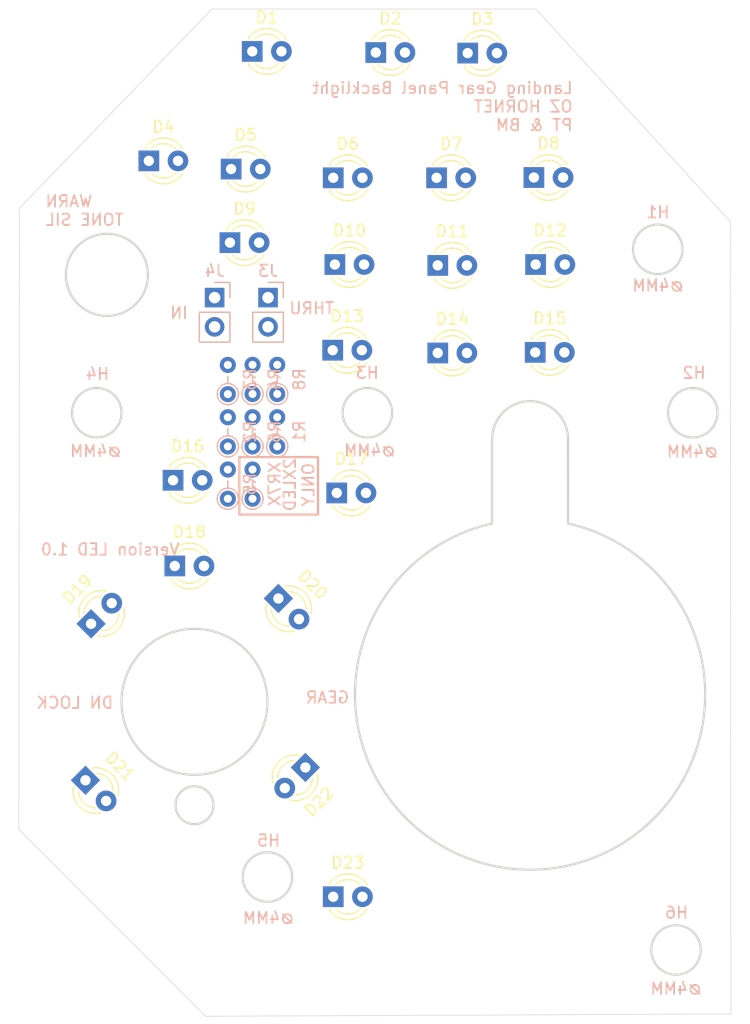
<source format=kicad_pcb>
(kicad_pcb (version 20211014) (generator pcbnew)
  (layers (0 "F.Cu" signal) (31 "B.Cu" signal) (34 "B.Paste" user) (35 "F.Paste" user) (36 "B.SilkS" user "B.Silkscreen") (37 "F.SilkS" user "F.Silkscreen") (38 "B.Mask" user) (39 "F.Mask" user) (44 "Edge.Cuts" user))
  (net 0 "")
  (net 1 "Net-(D1-Pad2)")
  (net 2 "Net-(D2-Pad2)")
  (net 3 "Net-(D4-Pad2)")
  (net 4 "Net-(D5-Pad2)")
  (net 5 "Net-(D7-Pad2)")
  (net 6 "Net-(D8-Pad2)")
  (net 7 "Net-(D10-Pad2)")
  (net 8 "Net-(D11-Pad2)")
  (net 9 "Net-(D13-Pad2)")
  (net 10 "Net-(D14-Pad2)")
  (net 11 "Net-(D16-Pad2)")
  (net 12 "Net-(D17-Pad2)")
  (net 13 "Net-(D19-Pad2)")
  (net 14 "Net-(D21-Pad2)")
  (net 15 "Net-(D22-Pad2)")
  (net 16 "Net-(D1-Pad1)")
  (net 17 "/LED+12V")
  (net 18 "Net-(D4-Pad1)")
  (net 19 "Net-(D7-Pad1)")
  (net 20 "Net-(D10-Pad1)")
  (net 21 "Net-(D13-Pad1)")
  (net 22 "Net-(D16-Pad1)")
  (net 23 "Net-(D19-Pad1)")
  (net 24 "Net-(D21-Pad1)")
  (net 25 "/LED-12V")
  (footprint "LED_THT:LED_D3.0mm" (layer "F.Cu") (at 84.225 42.85)
    (fp_text reference "D1" (at 1.27 -2.96) (layer "F.SilkS"))
    (fp_text value "LED")
    (fp_line (start -0.29 -1.236) (end -0.29 -1.08) (layer "F.SilkS") (width 0.12))
    (fp_line (start -0.29 1.08) (end -0.29 1.236) (layer "F.SilkS") (width 0.12))
    (fp_arc (start 0.229039 -1.08) (mid 1.270117 -1.5) (end 2.31113 -1.079837) (layer "F.SilkS") (width 0.12))
    (fp_arc (start 2.31113 1.079837) (mid 1.270117 1.5) (end 0.229039 1.08) (layer "F.SilkS") (width 0.12))
    (fp_arc (start 2.942335 1.078608) (mid 1.366487 1.987659) (end -0.29 1.235516) (layer "F.SilkS") (width 0.12))
    (fp_arc (start -0.29 -1.235516) (mid 1.366487 -1.987659) (end 2.942335 -1.078608) (layer "F.SilkS") (width 0.12))
    (pad "1" thru_hole rect (at 0 0) (size 1.8 1.8) (drill 0.9) (layers *.Cu *.Mask) (net 16 "Net-(D1-Pad1)"))
    (pad "2" thru_hole circle (at 2.54 0) (size 1.8 1.8) (drill 0.9) (layers *.Cu *.Mask) (net 1 "Net-(D1-Pad2)"))
  )
  (footprint "LED_THT:LED_D3.0mm" (layer "F.Cu") (at 94.975 42.95)
    (fp_text reference "D2" (at 1.27 -2.96) (layer "F.SilkS"))
    (fp_text value "LED")
    (fp_line (start -0.29 -1.236) (end -0.29 -1.08) (layer "F.SilkS") (width 0.12))
    (fp_line (start -0.29 1.08) (end -0.29 1.236) (layer "F.SilkS") (width 0.12))
    (fp_arc (start 0.229039 -1.08) (mid 1.270117 -1.5) (end 2.31113 -1.079837) (layer "F.SilkS") (width 0.12))
    (fp_arc (start -0.29 -1.235516) (mid 1.366487 -1.987659) (end 2.942335 -1.078608) (layer "F.SilkS") (width 0.12))
    (fp_arc (start 2.31113 1.079837) (mid 1.270117 1.5) (end 0.229039 1.08) (layer "F.SilkS") (width 0.12))
    (fp_arc (start 2.942335 1.078608) (mid 1.366487 1.987659) (end -0.29 1.235516) (layer "F.SilkS") (width 0.12))
    (pad "1" thru_hole rect (at 0 0) (size 1.8 1.8) (drill 0.9) (layers *.Cu *.Mask) (net 1 "Net-(D1-Pad2)"))
    (pad "2" thru_hole circle (at 2.54 0) (size 1.8 1.8) (drill 0.9) (layers *.Cu *.Mask) (net 2 "Net-(D2-Pad2)"))
  )
  (footprint "LED_THT:LED_D3.0mm" (layer "F.Cu") (at 102.975 43)
    (fp_text reference "D3" (at 1.27 -2.96) (layer "F.SilkS"))
    (fp_text value "LED")
    (fp_line (start -0.29 -1.236) (end -0.29 -1.08) (layer "F.SilkS") (width 0.12))
    (fp_line (start -0.29 1.08) (end -0.29 1.236) (layer "F.SilkS") (width 0.12))
    (fp_arc (start 2.31113 1.079837) (mid 1.270117 1.5) (end 0.229039 1.08) (layer "F.SilkS") (width 0.12))
    (fp_arc (start 2.942335 1.078608) (mid 1.366487 1.987659) (end -0.29 1.235516) (layer "F.SilkS") (width 0.12))
    (fp_arc (start -0.29 -1.235516) (mid 1.366487 -1.987659) (end 2.942335 -1.078608) (layer "F.SilkS") (width 0.12))
    (fp_arc (start 0.229039 -1.08) (mid 1.270117 -1.5) (end 2.31113 -1.079837) (layer "F.SilkS") (width 0.12))
    (pad "1" thru_hole rect (at 0 0) (size 1.8 1.8) (drill 0.9) (layers *.Cu *.Mask) (net 2 "Net-(D2-Pad2)"))
    (pad "2" thru_hole circle (at 2.54 0) (size 1.8 1.8) (drill 0.9) (layers *.Cu *.Mask) (net 17 "/LED+12V"))
  )
  (footprint "LED_THT:LED_D3.0mm" (layer "F.Cu") (at 75.2222 52.3768)
    (fp_text reference "D4" (at 1.27 -2.96) (layer "F.SilkS"))
    (fp_text value "LED")
    (fp_line (start -0.29 -1.236) (end -0.29 -1.08) (layer "F.SilkS") (width 0.12))
    (fp_line (start -0.29 1.08) (end -0.29 1.236) (layer "F.SilkS") (width 0.12))
    (fp_arc (start 2.31113 1.079837) (mid 1.270117 1.5) (end 0.229039 1.08) (layer "F.SilkS") (width 0.12))
    (fp_arc (start 2.942335 1.078608) (mid 1.366487 1.987659) (end -0.29 1.235516) (layer "F.SilkS") (width 0.12))
    (fp_arc (start 0.229039 -1.08) (mid 1.270117 -1.5) (end 2.31113 -1.079837) (layer "F.SilkS") (width 0.12))
    (fp_arc (start -0.29 -1.235516) (mid 1.366487 -1.987659) (end 2.942335 -1.078608) (layer "F.SilkS") (width 0.12))
    (pad "1" thru_hole rect (at 0 0) (size 1.8 1.8) (drill 0.9) (layers *.Cu *.Mask) (net 18 "Net-(D4-Pad1)"))
    (pad "2" thru_hole circle (at 2.54 0) (size 1.8 1.8) (drill 0.9) (layers *.Cu *.Mask) (net 3 "Net-(D4-Pad2)"))
  )
  (footprint "LED_THT:LED_D3.0mm" (layer "F.Cu") (at 82.385 53.088)
    (fp_text reference "D5" (at 1.27 -2.96) (layer "F.SilkS"))
    (fp_text value "LED")
    (fp_line (start -0.29 1.08) (end -0.29 1.236) (layer "F.SilkS") (width 0.12))
    (fp_line (start -0.29 -1.236) (end -0.29 -1.08) (layer "F.SilkS") (width 0.12))
    (fp_arc (start 0.229039 -1.08) (mid 1.270117 -1.5) (end 2.31113 -1.079837) (layer "F.SilkS") (width 0.12))
    (fp_arc (start 2.31113 1.079837) (mid 1.270117 1.5) (end 0.229039 1.08) (layer "F.SilkS") (width 0.12))
    (fp_arc (start -0.29 -1.235516) (mid 1.366487 -1.987659) (end 2.942335 -1.078608) (layer "F.SilkS") (width 0.12))
    (fp_arc (start 2.942335 1.078608) (mid 1.366487 1.987659) (end -0.29 1.235516) (layer "F.SilkS") (width 0.12))
    (pad "1" thru_hole rect (at 0 0) (size 1.8 1.8) (drill 0.9) (layers *.Cu *.Mask) (net 3 "Net-(D4-Pad2)"))
    (pad "2" thru_hole circle (at 2.54 0) (size 1.8 1.8) (drill 0.9) (layers *.Cu *.Mask) (net 4 "Net-(D5-Pad2)"))
  )
  (footprint "LED_THT:LED_D3.0mm" (layer "F.Cu") (at 91.275 53.85)
    (fp_text reference "D6" (at 1.27 -2.96) (layer "F.SilkS"))
    (fp_text value "LED")
    (fp_line (start -0.29 1.08) (end -0.29 1.236) (layer "F.SilkS") (width 0.12))
    (fp_line (start -0.29 -1.236) (end -0.29 -1.08) (layer "F.SilkS") (width 0.12))
    (fp_arc (start 2.31113 1.079837) (mid 1.270117 1.5) (end 0.229039 1.08) (layer "F.SilkS") (width 0.12))
    (fp_arc (start 0.229039 -1.08) (mid 1.270117 -1.5) (end 2.31113 -1.079837) (layer "F.SilkS") (width 0.12))
    (fp_arc (start -0.29 -1.235516) (mid 1.366487 -1.987659) (end 2.942335 -1.078608) (layer "F.SilkS") (width 0.12))
    (fp_arc (start 2.942335 1.078608) (mid 1.366487 1.987659) (end -0.29 1.235516) (layer "F.SilkS") (width 0.12))
    (pad "1" thru_hole rect (at 0 0) (size 1.8 1.8) (drill 0.9) (layers *.Cu *.Mask) (net 4 "Net-(D5-Pad2)"))
    (pad "2" thru_hole circle (at 2.54 0) (size 1.8 1.8) (drill 0.9) (layers *.Cu *.Mask) (net 17 "/LED+12V"))
  )
  (footprint "LED_THT:LED_D3.0mm" (layer "F.Cu") (at 100.267 53.85)
    (fp_text reference "D7" (at 1.27 -2.96) (layer "F.SilkS"))
    (fp_text value "LED")
    (fp_line (start -0.29 -1.236) (end -0.29 -1.08) (layer "F.SilkS") (width 0.12))
    (fp_line (start -0.29 1.08) (end -0.29 1.236) (layer "F.SilkS") (width 0.12))
    (fp_arc (start 0.229039 -1.08) (mid 1.270117 -1.5) (end 2.31113 -1.079837) (layer "F.SilkS") (width 0.12))
    (fp_arc (start -0.29 -1.235516) (mid 1.366487 -1.987659) (end 2.942335 -1.078608) (layer "F.SilkS") (width 0.12))
    (fp_arc (start 2.942335 1.078608) (mid 1.366487 1.987659) (end -0.29 1.235516) (layer "F.SilkS") (width 0.12))
    (fp_arc (start 2.31113 1.079837) (mid 1.270117 1.5) (end 0.229039 1.08) (layer "F.SilkS") (width 0.12))
    (pad "1" thru_hole rect (at 0 0) (size 1.8 1.8) (drill 0.9) (layers *.Cu *.Mask) (net 19 "Net-(D7-Pad1)"))
    (pad "2" thru_hole circle (at 2.54 0) (size 1.8 1.8) (drill 0.9) (layers *.Cu *.Mask) (net 5 "Net-(D7-Pad2)"))
  )
  (footprint "LED_THT:LED_D3.0mm" (layer "F.Cu") (at 108.739 53.8248)
    (fp_text reference "D8" (at 1.27 -2.96) (layer "F.SilkS"))
    (fp_text value "LED")
    (fp_line (start -0.29 1.08) (end -0.29 1.236) (layer "F.SilkS") (width 0.12))
    (fp_line (start -0.29 -1.236) (end -0.29 -1.08) (layer "F.SilkS") (width 0.12))
    (fp_arc (start 2.31113 1.079837) (mid 1.270117 1.5) (end 0.229039 1.08) (layer "F.SilkS") (width 0.12))
    (fp_arc (start 2.942335 1.078608) (mid 1.366487 1.987659) (end -0.29 1.235516) (layer "F.SilkS") (width 0.12))
    (fp_arc (start -0.29 -1.235516) (mid 1.366487 -1.987659) (end 2.942335 -1.078608) (layer "F.SilkS") (width 0.12))
    (fp_arc (start 0.229039 -1.08) (mid 1.270117 -1.5) (end 2.31113 -1.079837) (layer "F.SilkS") (width 0.12))
    (pad "1" thru_hole rect (at 0 0) (size 1.8 1.8) (drill 0.9) (layers *.Cu *.Mask) (net 5 "Net-(D7-Pad2)"))
    (pad "2" thru_hole circle (at 2.54 0) (size 1.8 1.8) (drill 0.9) (layers *.Cu *.Mask) (net 6 "Net-(D8-Pad2)"))
  )
  (footprint "LED_THT:LED_D3.0mm" (layer "F.Cu") (at 82.2834 59.4888)
    (fp_text reference "D9" (at 1.27 -2.96) (layer "F.SilkS"))
    (fp_text value "LED")
    (fp_line (start -0.29 -1.236) (end -0.29 -1.08) (layer "F.SilkS") (width 0.12))
    (fp_line (start -0.29 1.08) (end -0.29 1.236) (layer "F.SilkS") (width 0.12))
    (fp_arc (start -0.29 -1.235516) (mid 1.366487 -1.987659) (end 2.942335 -1.078608) (layer "F.SilkS") (width 0.12))
    (fp_arc (start 0.229039 -1.08) (mid 1.270117 -1.5) (end 2.31113 -1.079837) (layer "F.SilkS") (width 0.12))
    (fp_arc (start 2.31113 1.079837) (mid 1.270117 1.5) (end 0.229039 1.08) (layer "F.SilkS") (width 0.12))
    (fp_arc (start 2.942335 1.078608) (mid 1.366487 1.987659) (end -0.29 1.235516) (layer "F.SilkS") (width 0.12))
    (pad "1" thru_hole rect (at 0 0) (size 1.8 1.8) (drill 0.9) (layers *.Cu *.Mask) (net 6 "Net-(D8-Pad2)"))
    (pad "2" thru_hole circle (at 2.54 0) (size 1.8 1.8) (drill 0.9) (layers *.Cu *.Mask) (net 17 "/LED+12V"))
  )
  (footprint "LED_THT:LED_D3.0mm" (layer "F.Cu") (at 91.4158 61.394)
    (fp_text reference "D10" (at 1.27 -2.96) (layer "F.SilkS"))
    (fp_text value "LED")
    (fp_line (start -0.29 1.08) (end -0.29 1.236) (layer "F.SilkS") (width 0.12))
    (fp_line (start -0.29 -1.236) (end -0.29 -1.08) (layer "F.SilkS") (width 0.12))
    (fp_arc (start 2.31113 1.079837) (mid 1.270117 1.5) (end 0.229039 1.08) (layer "F.SilkS") (width 0.12))
    (fp_arc (start -0.29 -1.235516) (mid 1.366487 -1.987659) (end 2.942335 -1.078608) (layer "F.SilkS") (width 0.12))
    (fp_arc (start 0.229039 -1.08) (mid 1.270117 -1.5) (end 2.31113 -1.079837) (layer "F.SilkS") (width 0.12))
    (fp_arc (start 2.942335 1.078608) (mid 1.366487 1.987659) (end -0.29 1.235516) (layer "F.SilkS") (width 0.12))
    (pad "1" thru_hole rect (at 0 0) (size 1.8 1.8) (drill 0.9) (layers *.Cu *.Mask) (net 20 "Net-(D10-Pad1)"))
    (pad "2" thru_hole circle (at 2.54 0) (size 1.8 1.8) (drill 0.9) (layers *.Cu *.Mask) (net 7 "Net-(D10-Pad2)"))
  )
  (footprint "LED_THT:LED_D3.0mm" (layer "F.Cu") (at 100.368 61.47)
    (fp_text reference "D11" (at 1.27 -2.96) (layer "F.SilkS"))
    (fp_text value "LED")
    (fp_line (start -0.29 -1.236) (end -0.29 -1.08) (layer "F.SilkS") (width 0.12))
    (fp_line (start -0.29 1.08) (end -0.29 1.236) (layer "F.SilkS") (width 0.12))
    (fp_arc (start 2.31113 1.079837) (mid 1.270117 1.5) (end 0.229039 1.08) (layer "F.SilkS") (width 0.12))
    (fp_arc (start 2.942335 1.078608) (mid 1.366487 1.987659) (end -0.29 1.235516) (layer "F.SilkS") (width 0.12))
    (fp_arc (start 0.229039 -1.08) (mid 1.270117 -1.5) (end 2.31113 -1.079837) (layer "F.SilkS") (width 0.12))
    (fp_arc (start -0.29 -1.235516) (mid 1.366487 -1.987659) (end 2.942335 -1.078608) (layer "F.SilkS") (width 0.12))
    (pad "1" thru_hole rect (at 0 0) (size 1.8 1.8) (drill 0.9) (layers *.Cu *.Mask) (net 7 "Net-(D10-Pad2)"))
    (pad "2" thru_hole circle (at 2.54 0) (size 1.8 1.8) (drill 0.9) (layers *.Cu *.Mask) (net 8 "Net-(D11-Pad2)"))
  )
  (footprint "LED_THT:LED_D3.0mm" (layer "F.Cu") (at 108.891 61.394)
    (fp_text reference "D12" (at 1.27 -2.96) (layer "F.SilkS"))
    (fp_text value "LED")
    (fp_line (start -0.29 -1.236) (end -0.29 -1.08) (layer "F.SilkS") (width 0.12))
    (fp_line (start -0.29 1.08) (end -0.29 1.236) (layer "F.SilkS") (width 0.12))
    (fp_arc (start 0.229039 -1.08) (mid 1.270117 -1.5) (end 2.31113 -1.079837) (layer "F.SilkS") (width 0.12))
    (fp_arc (start 2.942335 1.078608) (mid 1.366487 1.987659) (end -0.29 1.235516) (layer "F.SilkS") (width 0.12))
    (fp_arc (start -0.29 -1.235516) (mid 1.366487 -1.987659) (end 2.942335 -1.078608) (layer "F.SilkS") (width 0.12))
    (fp_arc (start 2.31113 1.079837) (mid 1.270117 1.5) (end 0.229039 1.08) (layer "F.SilkS") (width 0.12))
    (pad "1" thru_hole rect (at 0 0) (size 1.8 1.8) (drill 0.9) (layers *.Cu *.Mask) (net 8 "Net-(D11-Pad2)"))
    (pad "2" thru_hole circle (at 2.54 0) (size 1.8 1.8) (drill 0.9) (layers *.Cu *.Mask) (net 17 "/LED+12V"))
  )
  (footprint "LED_THT:LED_D3.0mm" (layer "F.Cu") (at 91.225 68.85)
    (fp_text reference "D13" (at 1.27 -2.96) (layer "F.SilkS"))
    (fp_text value "LED")
    (fp_line (start -0.29 -1.236) (end -0.29 -1.08) (layer "F.SilkS") (width 0.12))
    (fp_line (start -0.29 1.08) (end -0.29 1.236) (layer "F.SilkS") (width 0.12))
    (fp_arc (start 2.31113 1.079837) (mid 1.270117 1.5) (end 0.229039 1.08) (layer "F.SilkS") (width 0.12))
    (fp_arc (start 2.942335 1.078608) (mid 1.366487 1.987659) (end -0.29 1.235516) (layer "F.SilkS") (width 0.12))
    (fp_arc (start -0.29 -1.235516) (mid 1.366487 -1.987659) (end 2.942335 -1.078608) (layer "F.SilkS") (width 0.12))
    (fp_arc (start 0.229039 -1.08) (mid 1.270117 -1.5) (end 2.31113 -1.079837) (layer "F.SilkS") (width 0.12))
    (pad "1" thru_hole rect (at 0 0) (size 1.8 1.8) (drill 0.9) (layers *.Cu *.Mask) (net 21 "Net-(D13-Pad1)"))
    (pad "2" thru_hole circle (at 2.54 0) (size 1.8 1.8) (drill 0.9) (layers *.Cu *.Mask) (net 9 "Net-(D13-Pad2)"))
  )
  (footprint "LED_THT:LED_D3.0mm" (layer "F.Cu") (at 100.368 69.09)
    (fp_text reference "D14" (at 1.27 -2.96) (layer "F.SilkS"))
    (fp_text value "LED")
    (fp_line (start -0.29 -1.236) (end -0.29 -1.08) (layer "F.SilkS") (width 0.12))
    (fp_line (start -0.29 1.08) (end -0.29 1.236) (layer "F.SilkS") (width 0.12))
    (fp_arc (start -0.29 -1.235516) (mid 1.366487 -1.987659) (end 2.942335 -1.078608) (layer "F.SilkS") (width 0.12))
    (fp_arc (start 0.229039 -1.08) (mid 1.270117 -1.5) (end 2.31113 -1.079837) (layer "F.SilkS") (width 0.12))
    (fp_arc (start 2.942335 1.078608) (mid 1.366487 1.987659) (end -0.29 1.235516) (layer "F.SilkS") (width 0.12))
    (fp_arc (start 2.31113 1.079837) (mid 1.270117 1.5) (end 0.229039 1.08) (layer "F.SilkS") (width 0.12))
    (pad "1" thru_hole rect (at 0 0) (size 1.8 1.8) (drill 0.9) (layers *.Cu *.Mask) (net 9 "Net-(D13-Pad2)"))
    (pad "2" thru_hole circle (at 2.54 0) (size 1.8 1.8) (drill 0.9) (layers *.Cu *.Mask) (net 10 "Net-(D14-Pad2)"))
  )
  (footprint "LED_THT:LED_D3.0mm" (layer "F.Cu") (at 108.852 69.0392)
    (fp_text reference "D15" (at 1.27 -2.96) (layer "F.SilkS"))
    (fp_text value "LED")
    (fp_line (start -0.29 -1.236) (end -0.29 -1.08) (layer "F.SilkS") (width 0.12))
    (fp_line (start -0.29 1.08) (end -0.29 1.236) (layer "F.SilkS") (width 0.12))
    (fp_arc (start 2.942335 1.078608) (mid 1.366487 1.987659) (end -0.29 1.235516) (layer "F.SilkS") (width 0.12))
    (fp_arc (start 0.229039 -1.08) (mid 1.270117 -1.5) (end 2.31113 -1.079837) (layer "F.SilkS") (width 0.12))
    (fp_arc (start -0.29 -1.235516) (mid 1.366487 -1.987659) (end 2.942335 -1.078608) (layer "F.SilkS") (width 0.12))
    (fp_arc (start 2.31113 1.079837) (mid 1.270117 1.5) (end 0.229039 1.08) (layer "F.SilkS") (width 0.12))
    (pad "1" thru_hole rect (at 0 0) (size 1.8 1.8) (drill 0.9) (layers *.Cu *.Mask) (net 10 "Net-(D14-Pad2)"))
    (pad "2" thru_hole circle (at 2.54 0) (size 1.8 1.8) (drill 0.9) (layers *.Cu *.Mask) (net 17 "/LED+12V"))
  )
  (footprint "LED_THT:LED_D3.0mm" (layer "F.Cu") (at 77.3306 80.166)
    (fp_text reference "D16" (at 1.27 -2.96) (layer "F.SilkS"))
    (fp_text value "LED")
    (fp_line (start -0.29 -1.236) (end -0.29 -1.08) (layer "F.SilkS") (width 0.12))
    (fp_line (start -0.29 1.08) (end -0.29 1.236) (layer "F.SilkS") (width 0.12))
    (fp_arc (start 0.229039 -1.08) (mid 1.270117 -1.5) (end 2.31113 -1.079837) (layer "F.SilkS") (width 0.12))
    (fp_arc (start -0.29 -1.235516) (mid 1.366487 -1.987659) (end 2.942335 -1.078608) (layer "F.SilkS") (width 0.12))
    (fp_arc (start 2.31113 1.079837) (mid 1.270117 1.5) (end 0.229039 1.08) (layer "F.SilkS") (width 0.12))
    (fp_arc (start 2.942335 1.078608) (mid 1.366487 1.987659) (end -0.29 1.235516) (layer "F.SilkS") (width 0.12))
    (pad "1" thru_hole rect (at 0 0) (size 1.8 1.8) (drill 0.9) (layers *.Cu *.Mask) (net 22 "Net-(D16-Pad1)"))
    (pad "2" thru_hole circle (at 2.54 0) (size 1.8 1.8) (drill 0.9) (layers *.Cu *.Mask) (net 11 "Net-(D16-Pad2)"))
  )
  (footprint "LED_THT:LED_D3.0mm" (layer "F.Cu") (at 91.5806 81.266)
    (fp_text reference "D17" (at 1.27 -2.96) (layer "F.SilkS"))
    (fp_text value "LED")
    (fp_line (start -0.29 -1.236) (end -0.29 -1.08) (layer "F.SilkS") (width 0.12))
    (fp_line (start -0.29 1.08) (end -0.29 1.236) (layer "F.SilkS") (width 0.12))
    (fp_arc (start 0.229039 -1.08) (mid 1.270117 -1.5) (end 2.31113 -1.079837) (layer "F.SilkS") (width 0.12))
    (fp_arc (start 2.942335 1.078608) (mid 1.366487 1.987659) (end -0.29 1.235516) (layer "F.SilkS") (width 0.12))
    (fp_arc (start 2.31113 1.079837) (mid 1.270117 1.5) (end 0.229039 1.08) (layer "F.SilkS") (width 0.12))
    (fp_arc (start -0.29 -1.235516) (mid 1.366487 -1.987659) (end 2.942335 -1.078608) (layer "F.SilkS") (width 0.12))
    (pad "1" thru_hole rect (at 0 0) (size 1.8 1.8) (drill 0.9) (layers *.Cu *.Mask) (net 11 "Net-(D16-Pad2)"))
    (pad "2" thru_hole circle (at 2.54 0) (size 1.8 1.8) (drill 0.9) (layers *.Cu *.Mask) (net 12 "Net-(D17-Pad2)"))
  )
  (footprint "LED_THT:LED_D3.0mm" (layer "F.Cu") (at 77.4806 87.6212)
    (fp_text reference "D18" (at 1.27 -2.96) (layer "F.SilkS"))
    (fp_text value "LED")
    (fp_line (start -0.29 1.08) (end -0.29 1.236) (layer "F.SilkS") (width 0.12))
    (fp_line (start -0.29 -1.236) (end -0.29 -1.08) (layer "F.SilkS") (width 0.12))
    (fp_arc (start 2.942335 1.078608) (mid 1.366487 1.987659) (end -0.29 1.235516) (layer "F.SilkS") (width 0.12))
    (fp_arc (start 0.229039 -1.08) (mid 1.270117 -1.5) (end 2.31113 -1.079837) (layer "F.SilkS") (width 0.12))
    (fp_arc (start 2.31113 1.079837) (mid 1.270117 1.5) (end 0.229039 1.08) (layer "F.SilkS") (width 0.12))
    (fp_arc (start -0.29 -1.235516) (mid 1.366487 -1.987659) (end 2.942335 -1.078608) (layer "F.SilkS") (width 0.12))
    (pad "1" thru_hole rect (at 0 0) (size 1.8 1.8) (drill 0.9) (layers *.Cu *.Mask) (net 12 "Net-(D17-Pad2)"))
    (pad "2" thru_hole circle (at 2.54 0) (size 1.8 1.8) (drill 0.9) (layers *.Cu *.Mask) (net 17 "/LED+12V"))
  )
  (footprint "LED_THT:LED_D3.0mm" (layer "F.Cu") (at 70.198439 92.651561 45)
    (fp_text reference "D19" (at 1.27 -2.96 45) (layer "F.SilkS"))
    (fp_text value "LED")
    (fp_line (start -0.29 -1.236) (end -0.29 -1.08) (layer "F.SilkS") (width 0.12))
    (fp_line (start -0.29 1.08) (end -0.29 1.236) (layer "F.SilkS") (width 0.12))
    (fp_arc (start 2.31113 1.079837) (mid 1.270117 1.5) (end 0.229039 1.08) (layer "F.SilkS") (width 0.12))
    (fp_arc (start -0.29 -1.235516) (mid 1.366487 -1.987659) (end 2.942335 -1.078608) (layer "F.SilkS") (width 0.12))
    (fp_arc (start 2.942335 1.078608) (mid 1.366487 1.987659) (end -0.29 1.235516) (layer "F.SilkS") (width 0.12))
    (fp_arc (start 0.229039 -1.08) (mid 1.270118 -1.5) (end 2.31113 -1.079837) (layer "F.SilkS") (width 0.12))
    (pad "1" thru_hole rect (at 0 0 45) (size 1.8 1.8) (drill 0.9) (layers *.Cu *.Mask) (net 23 "Net-(D19-Pad1)"))
    (pad "2" thru_hole circle (at 2.54 0 45) (size 1.8 1.8) (drill 0.9) (layers *.Cu *.Mask) (net 13 "Net-(D19-Pad2)"))
  )
  (footprint "LED_THT:LED_D3.0mm" (layer "F.Cu") (at 86.498439 90.448439 -45)
    (fp_text reference "D20" (at 1.27 -2.96 135) (layer "F.SilkS"))
    (fp_text value "LED")
    (fp_line (start -0.29 1.08) (end -0.29 1.236) (layer "F.SilkS") (width 0.12))
    (fp_line (start -0.29 -1.236) (end -0.29 -1.08) (layer "F.SilkS") (width 0.12))
    (fp_arc (start 2.942335 1.078608) (mid 1.366487 1.987659) (end -0.29 1.235516) (layer "F.SilkS") (width 0.12))
    (fp_arc (start 0.229039 -1.08) (mid 1.270118 -1.5) (end 2.31113 -1.079837) (layer "F.SilkS") (width 0.12))
    (fp_arc (start -0.29 -1.235516) (mid 1.366487 -1.987659) (end 2.942335 -1.078608) (layer "F.SilkS") (width 0.12))
    (fp_arc (start 2.31113 1.079837) (mid 1.270117 1.5) (end 0.229039 1.08) (layer "F.SilkS") (width 0.12))
    (pad "1" thru_hole rect (at 0 0 315) (size 1.8 1.8) (drill 0.9) (layers *.Cu *.Mask) (net 13 "Net-(D19-Pad2)"))
    (pad "2" thru_hole circle (at 2.54 0 315) (size 1.8 1.8) (drill 0.9) (layers *.Cu *.Mask) (net 17 "/LED+12V"))
  )
  (footprint "LED_THT:LED_D3.0mm" (layer "F.Cu") (at 69.7082 106.265 -45)
    (fp_text reference "D21" (at 1.27 -2.96 135) (layer "F.SilkS"))
    (fp_text value "LED")
    (fp_line (start -0.29 1.08) (end -0.29 1.236) (layer "F.SilkS") (width 0.12))
    (fp_line (start -0.29 -1.236) (end -0.29 -1.08) (layer "F.SilkS") (width 0.12))
    (fp_arc (start 0.229039 -1.08) (mid 1.270118 -1.5) (end 2.31113 -1.079837) (layer "F.SilkS") (width 0.12))
    (fp_arc (start -0.29 -1.235516) (mid 1.366487 -1.987659) (end 2.942335 -1.078608) (layer "F.SilkS") (width 0.12))
    (fp_arc (start 2.31113 1.079837) (mid 1.270117 1.5) (end 0.229039 1.08) (layer "F.SilkS") (width 0.12))
    (fp_arc (start 2.942335 1.078608) (mid 1.366487 1.987659) (end -0.29 1.235516) (layer "F.SilkS") (width 0.12))
    (pad "1" thru_hole rect (at 0 0 315) (size 1.8 1.8) (drill 0.9) (layers *.Cu *.Mask) (net 24 "Net-(D21-Pad1)"))
    (pad "2" thru_hole circle (at 2.54 0 315) (size 1.8 1.8) (drill 0.9) (layers *.Cu *.Mask) (net 14 "Net-(D21-Pad2)"))
  )
  (footprint "LED_THT:LED_D3.0mm" (layer "F.Cu") (at 88.85 105.15 -135)
    (fp_text reference "D22" (at 1.27 -2.96 45) (layer "F.SilkS"))
    (fp_text value "LED")
    (fp_line (start -0.29 -1.236) (end -0.29 -1.08) (layer "F.SilkS") (width 0.12))
    (fp_line (start -0.29 1.08) (end -0.29 1.236) (layer "F.SilkS") (width 0.12))
    (fp_arc (start 2.31113 1.079837) (mid 1.270117 1.5) (end 0.229039 1.08) (layer "F.SilkS") (width 0.12))
    (fp_arc (start 0.229039 -1.08) (mid 1.270118 -1.5) (end 2.31113 -1.079837) (layer "F.SilkS") (width 0.12))
    (fp_arc (start 2.942335 1.078608) (mid 1.366487 1.987659) (end -0.29 1.235516) (layer "F.SilkS") (width 0.12))
    (fp_arc (start -0.29 -1.235516) (mid 1.366487 -1.987659) (end 2.942335 -1.078608) (layer "F.SilkS") (width 0.12))
    (pad "1" thru_hole rect (at 0 0 225) (size 1.8 1.8) (drill 0.9) (layers *.Cu *.Mask) (net 14 "Net-(D21-Pad2)"))
    (pad "2" thru_hole circle (at 2.54 0 225) (size 1.8 1.8) (drill 0.9) (layers *.Cu *.Mask) (net 15 "Net-(D22-Pad2)"))
  )
  (footprint "LED_THT:LED_D3.0mm" (layer "F.Cu") (at 91.275 116.4)
    (fp_text reference "D23" (at 1.27 -2.96) (layer "F.SilkS"))
    (fp_text value "LED")
    (fp_line (start -0.29 1.08) (end -0.29 1.236) (layer "F.SilkS") (width 0.12))
    (fp_line (start -0.29 -1.236) (end -0.29 -1.08) (layer "F.SilkS") (width 0.12))
    (fp_arc (start 2.31113 1.079837) (mid 1.270117 1.5) (end 0.229039 1.08) (layer "F.SilkS") (width 0.12))
    (fp_arc (start 2.942335 1.078608) (mid 1.366487 1.987659) (end -0.29 1.235516) (layer "F.SilkS") (width 0.12))
    (fp_arc (start 0.229039 -1.08) (mid 1.270117 -1.5) (end 2.31113 -1.079837) (layer "F.SilkS") (width 0.12))
    (fp_arc (start -0.29 -1.235516) (mid 1.366487 -1.987659) (end 2.942335 -1.078608) (layer "F.SilkS") (width 0.12))
    (pad "1" thru_hole rect (at 0 0) (size 1.8 1.8) (drill 0.9) (layers *.Cu *.Mask) (net 15 "Net-(D22-Pad2)"))
    (pad "2" thru_hole circle (at 2.54 0) (size 1.8 1.8) (drill 0.9) (layers *.Cu *.Mask) (net 17 "/LED+12V"))
  )
  (footprint "Resistor_THT:R_Axial_DIN0204_L3.6mm_D1.6mm_P2.54mm_Vertical" (layer "B.Cu") (at 86.4 77.22 90)
    (fp_text reference "R1" (at 1.27 1.92 90) (layer "B.SilkS") (effects (justify mirror)))
    (fp_text value "R")
    (fp_line (start 0.92 0) (end 1.54 0) (layer "B.SilkS") (width 0.12))
    (fp_circle (center 0 0) (end 0.92 0) (layer "B.SilkS") (width 0.12) (fill none))
    (pad "1" thru_hole circle (at 0 0 90) (size 1.4 1.4) (drill 0.7) (layers *.Cu *.Mask) (net 25 "/LED-12V"))
    (pad "2" thru_hole oval (at 2.54 0 90) (size 1.4 1.4) (drill 0.7) (layers *.Cu *.Mask) (net 16 "Net-(D1-Pad1)"))
  )
  (footprint "Resistor_THT:R_Axial_DIN0204_L3.6mm_D1.6mm_P2.54mm_Vertical" (layer "B.Cu") (at 82.1 81.77 90)
    (fp_text reference "R5" (at 1.27 1.92 90) (layer "B.SilkS") (effects (justify mirror)))
    (fp_text value "R")
    (fp_line (start 0.92 0) (end 1.54 0) (layer "B.SilkS") (width 0.12))
    (fp_circle (center 0 0) (end 0.92 0) (layer "B.SilkS") (width 0.12) (fill none))
    (pad "1" thru_hole circle (at 0 0 90) (size 1.4 1.4) (drill 0.7) (layers *.Cu *.Mask) (net 25 "/LED-12V"))
    (pad "2" thru_hole oval (at 2.54 0 90) (size 1.4 1.4) (drill 0.7) (layers *.Cu *.Mask) (net 21 "Net-(D13-Pad1)"))
  )
  (footprint "Resistor_THT:R_Axial_DIN0204_L3.6mm_D1.6mm_P2.54mm_Vertical" (layer "B.Cu") (at 82.1 72.67 90)
    (fp_text reference "R3" (at 1.27 1.92 90) (layer "B.SilkS") (effects (justify mirror)))
    (fp_text value "R")
    (fp_line (start 0.92 0) (end 1.54 0) (layer "B.SilkS") (width 0.12))
    (fp_circle (center 0 0) (end 0.92 0) (layer "B.SilkS") (width 0.12) (fill none))
    (pad "1" thru_hole circle (at 0 0 90) (size 1.4 1.4) (drill 0.7) (layers *.Cu *.Mask) (net 25 "/LED-12V"))
    (pad "2" thru_hole oval (at 2.54 0 90) (size 1.4 1.4) (drill 0.7) (layers *.Cu *.Mask) (net 19 "Net-(D7-Pad1)"))
  )
  (footprint "Resistor_THT:R_Axial_DIN0204_L3.6mm_D1.6mm_P2.54mm_Vertical" (layer "B.Cu") (at 86.4 72.66 90)
    (fp_text reference "R8" (at 1.27 1.92 90) (layer "B.SilkS") (effects (justify mirror)))
    (fp_text value "R")
    (fp_line (start 0.92 0) (end 1.54 0) (layer "B.SilkS") (width 0.12))
    (fp_circle (center 0 0) (end 0.92 0) (layer "B.SilkS") (width 0.12) (fill none))
    (pad "1" thru_hole circle (at 0 0 90) (size 1.4 1.4) (drill 0.7) (layers *.Cu *.Mask) (net 25 "/LED-12V"))
    (pad "2" thru_hole oval (at 2.54 0 90) (size 1.4 1.4) (drill 0.7) (layers *.Cu *.Mask) (net 24 "Net-(D21-Pad1)"))
  )
  (footprint "Resistor_THT:R_Axial_DIN0204_L3.6mm_D1.6mm_P2.54mm_Vertical" (layer "B.Cu") (at 84.25 81.77 90)
    (fp_text reference "XR7X" (at 1.27 1.92 90) (layer "B.SilkS") (effects (justify mirror)))
    (fp_text value "R")
    (fp_line (start 0.92 0) (end 1.54 0) (layer "B.SilkS") (width 0.12))
    (fp_circle (center 0 0) (end 0.92 0) (layer "B.SilkS") (width 0.12) (fill none))
    (pad "1" thru_hole circle (at 0 0 90) (size 1.4 1.4) (drill 0.7) (layers *.Cu *.Mask) (net 25 "/LED-12V"))
    (pad "2" thru_hole oval (at 2.54 0 90) (size 1.4 1.4) (drill 0.7) (layers *.Cu *.Mask) (net 23 "Net-(D19-Pad1)"))
  )
  (footprint "Resistor_THT:R_Axial_DIN0204_L3.6mm_D1.6mm_P2.54mm_Vertical" (layer "B.Cu") (at 82.1 77.22 90)
    (fp_text reference "R2" (at 1.27 1.92 90) (layer "B.SilkS") (effects (justify mirror)))
    (fp_text value "R")
    (fp_line (start 0.92 0) (end 1.54 0) (layer "B.SilkS") (width 0.12))
    (fp_circle (center 0 0) (end 0.92 0) (layer "B.SilkS") (width 0.12) (fill none))
    (pad "1" thru_hole circle (at 0 0 90) (size 1.4 1.4) (drill 0.7) (layers *.Cu *.Mask) (net 25 "/LED-12V"))
    (pad "2" thru_hole oval (at 2.54 0 90) (size 1.4 1.4) (drill 0.7) (layers *.Cu *.Mask) (net 18 "Net-(D4-Pad1)"))
  )
  (footprint "Resistor_THT:R_Axial_DIN0204_L3.6mm_D1.6mm_P2.54mm_Vertical" (layer "B.Cu") (at 84.25 72.66 90)
    (fp_text reference "R4" (at 1.27 1.92 90) (layer "B.SilkS") (effects (justify mirror)))
    (fp_text value "R")
    (fp_line (start 0.92 0) (end 1.54 0) (layer "B.SilkS") (width 0.12))
    (fp_circle (center 0 0) (end 0.92 0) (layer "B.SilkS") (width 0.12) (fill none))
    (pad "1" thru_hole circle (at 0 0 90) (size 1.4 1.4) (drill 0.7) (layers *.Cu *.Mask) (net 25 "/LED-12V"))
    (pad "2" thru_hole oval (at 2.54 0 90) (size 1.4 1.4) (drill 0.7) (layers *.Cu *.Mask) (net 20 "Net-(D10-Pad1)"))
  )
  (footprint "Connector_PinHeader_2.54mm:PinHeader_1x02_P2.54mm_Vertical" (layer "B.Cu") (at 85.6 64.275 180)
    (fp_text reference "J3" (at 0 2.33) (layer "B.SilkS") (effects (justify mirror)))
    (fp_text value "Conn_01x02_Female")
    (fp_line (start -1.33 -1.27) (end 1.33 -1.27) (layer "B.SilkS") (width 0.12))
    (fp_line (start -1.33 -1.27) (end -1.33 -3.87) (layer "B.SilkS") (width 0.12))
    (fp_line (start -1.33 0) (end -1.33 1.33) (layer "B.SilkS") (width 0.12))
    (fp_line (start -1.33 -3.87) (end 1.33 -3.87) (layer "B.SilkS") (width 0.12))
    (fp_line (start 1.33 -1.27) (end 1.33 -3.87) (layer "B.SilkS") (width 0.12))
    (fp_line (start -1.33 1.33) (end 0 1.33) (layer "B.SilkS") (width 0.12))
    (pad "1" thru_hole rect (at 0 0 180) (size 1.7 1.7) (drill 1) (layers *.Cu *.Mask) (net 17 "/LED+12V"))
    (pad "2" thru_hole oval (at 0 -2.54 180) (size 1.7 1.7) (drill 1) (layers *.Cu *.Mask) (net 25 "/LED-12V"))
  )
  (footprint "Resistor_THT:R_Axial_DIN0204_L3.6mm_D1.6mm_P2.54mm_Vertical" (layer "B.Cu") (at 84.25 77.22 90)
    (fp_text reference "R6" (at 1.27 1.92 90) (layer "B.SilkS") (effects (justify mirror)))
    (fp_text value "R")
    (fp_line (start 0.92 0) (end 1.54 0) (layer "B.SilkS") (width 0.12))
    (fp_circle (center 0 0) (end 0.92 0) (layer "B.SilkS") (width 0.12) (fill none))
    (pad "1" thru_hole circle (at 0 0 90) (size 1.4 1.4) (drill 0.7) (layers *.Cu *.Mask) (net 25 "/LED-12V"))
    (pad "2" thru_hole oval (at 2.54 0 90) (size 1.4 1.4) (drill 0.7) (layers *.Cu *.Mask) (net 22 "Net-(D16-Pad1)"))
  )
  (footprint "Connector_PinHeader_2.54mm:PinHeader_1x02_P2.54mm_Vertical" (layer "B.Cu") (at 80.95 64.275 180)
    (fp_text reference "J4" (at 0 2.33) (layer "B.SilkS") (effects (justify mirror)))
    (fp_text value "Conn_01x02_Female")
    (fp_line (start -1.33 -3.87) (end 1.33 -3.87) (layer "B.SilkS") (width 0.12))
    (fp_line (start -1.33 -1.27) (end 1.33 -1.27) (layer "B.SilkS") (width 0.12))
    (fp_line (start -1.33 -1.27) (end -1.33 -3.87) (layer "B.SilkS") (width 0.12))
    (fp_line (start -1.33 0) (end -1.33 1.33) (layer "B.SilkS") (width 0.12))
    (fp_line (start 1.33 -1.27) (end 1.33 -3.87) (layer "B.SilkS") (width 0.12))
    (fp_line (start -1.33 1.33) (end 0 1.33) (layer "B.SilkS") (width 0.12))
    (pad "1" thru_hole rect (at 0 0 180) (size 1.7 1.7) (drill 1) (layers *.Cu *.Mask) (net 17 "/LED+12V"))
    (pad "2" thru_hole oval (at 0 -2.54 180) (size 1.7 1.7) (drill 1) (layers *.Cu *.Mask) (net 25 "/LED-12V"))
  )
  (gr_rect (start 89.95 83.15) (end 83.1 78.15) (layer "B.SilkS") (width 0.2) (fill none))
  (gr_line (start 125.8316 126.5936) (end 125.8824 126.5936) (layer "Edge.Cuts") (width 0.05))
  (gr_line (start 125.8316 57.658) (end 108.9152 39.1668) (layer "Edge.Cuts") (width 0.05))
  (gr_line (start 63.9064 110.5408) (end 80.1624 126.7968) (layer "Edge.Cuts") (width 0.05))
  (gr_circle (center 79.1972 99.441) (end 85.547199 99.441) (layer "Edge.Cuts") (width 0.2) (fill none))
  (gr_arc (start 111.702278 83.926482) (mid 108.410746 114.045999) (end 105.105199 83.928017) (layer "Edge.Cuts") (width 0.2))
  (gr_line (start 125.8824 126.5936) (end 125.8316 57.658) (layer "Edge.Cuts") (width 0.05))
  (gr_circle (center 119.5197 60.071) (end 121.67235 60.071) (layer "Edge.Cuts") (width 0.2) (fill none))
  (gr_circle (center 122.5677 74.289123) (end 124.72035 74.289123) (layer "Edge.Cuts") (width 0.2) (fill none))
  (gr_circle (center 85.5472 114.681) (end 87.699849 114.681) (layer "Edge.Cuts") (width 0.2) (fill none))
  (gr_circle (center 121.1072 121.031) (end 123.25985 121.031) (layer "Edge.Cuts") (width 0.2) (fill none))
  (gr_circle (center 71.5772 62.2935) (end 75.148439 62.2935) (layer "Edge.Cuts") (width 0.2) (fill none))
  (gr_arc (start 105.105201 76.581) (mid 108.4072 73.279001) (end 111.709199 76.581) (layer "Edge.Cuts") (width 0.2))
  (gr_line (start 105.1052 76.581) (end 105.1052 83.928017) (layer "Edge.Cuts") (width 0.2))
  (gr_line (start 80.1624 126.7968) (end 125.8316 126.5936) (layer "Edge.Cuts") (width 0.05))
  (gr_circle (center 70.6907 74.289123) (end 72.84335 74.289123) (layer "Edge.Cuts") (width 0.2) (fill none))
  (gr_line (start 63.9572 56.4896) (end 63.9064 110.5408) (layer "Edge.Cuts") (width 0.05))
  (gr_circle (center 94.2467 74.289123) (end 96.399349 74.289123) (layer "Edge.Cuts") (width 0.2) (fill none))
  (gr_line (start 108.9152 39.1668) (end 80.7212 39.1668) (layer "Edge.Cuts") (width 0.05))
  (gr_circle (center 79.1972 108.4326) (end 80.848199 108.4326) (layer "Edge.Cuts") (width 0.2) (fill none))
  (gr_line (start 111.702278 83.926482) (end 111.7092 76.581) (layer "Edge.Cuts") (width 0.2))
  (gr_line (start 80.7212 39.1668) (end 63.9572 56.4896) (layer "Edge.Cuts") (width 0.05))
  (gr_text "Version LED 1.0" (at 71.8566 86.1822) (layer "B.SilkS") (effects (font (size 1 1)) (justify mirror)))
  (gr_text "IN" (at 77.85 65.6) (layer "B.SilkS") (effects (font (size 1 1)) (justify mirror)))
  (gr_text "Landing Gear Panel Backlight\nOZ HORNET \nPT & BM" (at 112.2 47.65) (layer "B.SilkS") (effects (font (size 1 1)) (justify left mirror)))
  (gr_text "⌀4MM" (at 121.1326 124.3838) (layer "B.SilkS") (effects (font (size 1 1)) (justify mirror)))
  (gr_text "H3" (at 94.234 70.8152) (layer "B.SilkS") (effects (font (size 1 1)) (justify mirror)))
  (gr_text "H4" (at 70.7644 70.9168) (layer "B.SilkS") (effects (font (size 1 1)) (justify mirror)))
  (gr_text "H5" (at 85.6488 111.506) (layer "B.SilkS") (effects (font (size 1 1)) (justify mirror)))
  (gr_text "⌀4MM" (at 119.5578 63.2206) (layer "B.SilkS") (effects (font (size 1 1)) (justify mirror)))
  (gr_text "H1" (at 119.5324 56.8452) (layer "B.SilkS") (effects (font (size 1 1)) (justify mirror)))
  (gr_text "H6" (at 121.158 117.7798) (layer "B.SilkS") (effects (font (size 1 1)) (justify mirror)))
  (gr_text "⌀4MM" (at 85.6488 118.237) (layer "B.SilkS") (effects (font (size 1 1)) (justify mirror)))
  (gr_text "H2" (at 122.682 70.8152) (layer "B.SilkS") (effects (font (size 1 1)) (justify mirror)))
  (gr_text "GEAR" (at 90.7796 99.06) (layer "B.SilkS") (effects (font (size 1 1)) (justify mirror)))
  (gr_text "THRU" (at 89.4 65.2) (layer "B.SilkS") (effects (font (size 1 1)) (justify mirror)))
  (gr_text "⌀4MM" (at 122.555 77.6732) (layer "B.SilkS") (effects (font (size 1 1)) (justify mirror)))
  (gr_text "DN LOCK" (at 68.7832 99.5172) (layer "B.SilkS") (effects (font (size 1 1)) (justify mirror)))
  (gr_text "⌀4MM" (at 94.4626 77.5716) (layer "B.SilkS") (effects (font (size 1 1)) (justify mirror)))
  (gr_text "⌀4MM" (at 70.612 77.6224) (layer "B.SilkS") (effects (font (size 1 1)) (justify mirror)))
  (gr_text "2XLED\nONLY" (at 88.3 80.55 90) (layer "B.SilkS") (effects (font (size 1 1)) (justify mirror)))
  (gr_text "WARN\nTONE SIL" (at 66.15 56.7) (layer "B.SilkS") (effects (font (size 1 1)) (justify right mirror)))
)
</source>
